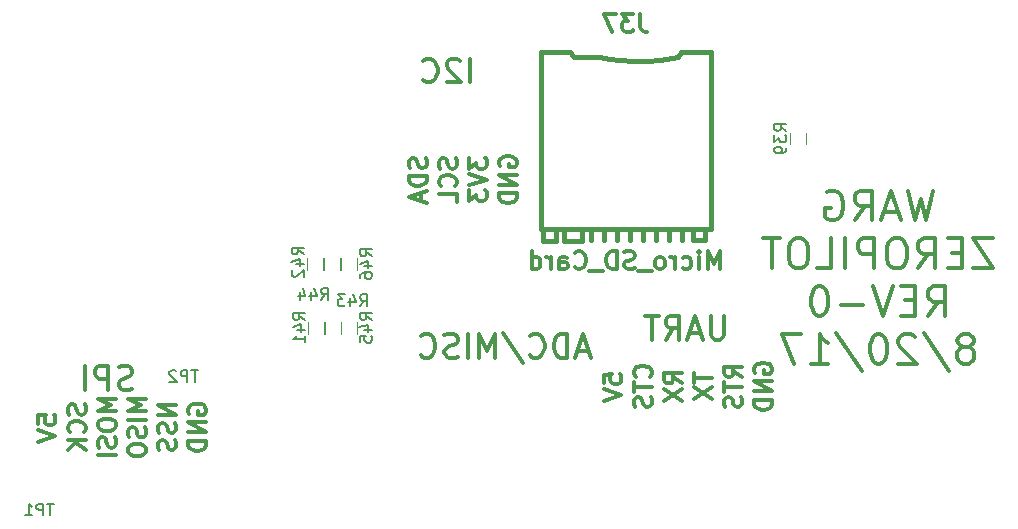
<source format=gbo>
G04 #@! TF.FileFunction,Legend,Bot*
%FSLAX46Y46*%
G04 Gerber Fmt 4.6, Leading zero omitted, Abs format (unit mm)*
G04 Created by KiCad (PCBNEW 4.0.7) date 02/08/18 09:42:22*
%MOMM*%
%LPD*%
G01*
G04 APERTURE LIST*
%ADD10C,0.100000*%
%ADD11C,0.300000*%
%ADD12C,0.120000*%
%ADD13C,0.381000*%
%ADD14C,0.150000*%
%ADD15C,0.304800*%
G04 APERTURE END LIST*
D10*
D11*
X130944517Y-112989692D02*
X130349279Y-115489692D01*
X129873089Y-113703978D01*
X129396898Y-115489692D01*
X128801660Y-112989692D01*
X127968327Y-114775407D02*
X126777850Y-114775407D01*
X128206422Y-115489692D02*
X127373088Y-112989692D01*
X126539755Y-115489692D01*
X124277850Y-115489692D02*
X125111184Y-114299216D01*
X125706422Y-115489692D02*
X125706422Y-112989692D01*
X124754041Y-112989692D01*
X124515946Y-113108740D01*
X124396898Y-113227788D01*
X124277850Y-113465883D01*
X124277850Y-113823026D01*
X124396898Y-114061121D01*
X124515946Y-114180169D01*
X124754041Y-114299216D01*
X125706422Y-114299216D01*
X121896898Y-113108740D02*
X122134993Y-112989692D01*
X122492136Y-112989692D01*
X122849279Y-113108740D01*
X123087374Y-113346835D01*
X123206422Y-113584930D01*
X123325470Y-114061121D01*
X123325470Y-114418264D01*
X123206422Y-114894454D01*
X123087374Y-115132550D01*
X122849279Y-115370645D01*
X122492136Y-115489692D01*
X122254041Y-115489692D01*
X121896898Y-115370645D01*
X121777850Y-115251597D01*
X121777850Y-114418264D01*
X122254041Y-114418264D01*
X135944517Y-117039692D02*
X134277850Y-117039692D01*
X135944517Y-119539692D01*
X134277850Y-119539692D01*
X133325470Y-118230169D02*
X132492137Y-118230169D01*
X132134994Y-119539692D02*
X133325470Y-119539692D01*
X133325470Y-117039692D01*
X132134994Y-117039692D01*
X129634993Y-119539692D02*
X130468327Y-118349216D01*
X131063565Y-119539692D02*
X131063565Y-117039692D01*
X130111184Y-117039692D01*
X129873089Y-117158740D01*
X129754041Y-117277788D01*
X129634993Y-117515883D01*
X129634993Y-117873026D01*
X129754041Y-118111121D01*
X129873089Y-118230169D01*
X130111184Y-118349216D01*
X131063565Y-118349216D01*
X128087374Y-117039692D02*
X127611184Y-117039692D01*
X127373089Y-117158740D01*
X127134993Y-117396835D01*
X127015946Y-117873026D01*
X127015946Y-118706359D01*
X127134993Y-119182550D01*
X127373089Y-119420645D01*
X127611184Y-119539692D01*
X128087374Y-119539692D01*
X128325470Y-119420645D01*
X128563565Y-119182550D01*
X128682613Y-118706359D01*
X128682613Y-117873026D01*
X128563565Y-117396835D01*
X128325470Y-117158740D01*
X128087374Y-117039692D01*
X125944517Y-119539692D02*
X125944517Y-117039692D01*
X124992136Y-117039692D01*
X124754041Y-117158740D01*
X124634993Y-117277788D01*
X124515945Y-117515883D01*
X124515945Y-117873026D01*
X124634993Y-118111121D01*
X124754041Y-118230169D01*
X124992136Y-118349216D01*
X125944517Y-118349216D01*
X123444517Y-119539692D02*
X123444517Y-117039692D01*
X121063565Y-119539692D02*
X122254041Y-119539692D01*
X122254041Y-117039692D01*
X119754040Y-117039692D02*
X119277850Y-117039692D01*
X119039755Y-117158740D01*
X118801659Y-117396835D01*
X118682612Y-117873026D01*
X118682612Y-118706359D01*
X118801659Y-119182550D01*
X119039755Y-119420645D01*
X119277850Y-119539692D01*
X119754040Y-119539692D01*
X119992136Y-119420645D01*
X120230231Y-119182550D01*
X120349279Y-118706359D01*
X120349279Y-117873026D01*
X120230231Y-117396835D01*
X119992136Y-117158740D01*
X119754040Y-117039692D01*
X117968326Y-117039692D02*
X116539754Y-117039692D01*
X117254040Y-119539692D02*
X117254040Y-117039692D01*
X130468326Y-123589692D02*
X131301660Y-122399216D01*
X131896898Y-123589692D02*
X131896898Y-121089692D01*
X130944517Y-121089692D01*
X130706422Y-121208740D01*
X130587374Y-121327788D01*
X130468326Y-121565883D01*
X130468326Y-121923026D01*
X130587374Y-122161121D01*
X130706422Y-122280169D01*
X130944517Y-122399216D01*
X131896898Y-122399216D01*
X129396898Y-122280169D02*
X128563565Y-122280169D01*
X128206422Y-123589692D02*
X129396898Y-123589692D01*
X129396898Y-121089692D01*
X128206422Y-121089692D01*
X127492136Y-121089692D02*
X126658802Y-123589692D01*
X125825469Y-121089692D01*
X124992136Y-122637311D02*
X123087374Y-122637311D01*
X121420707Y-121089692D02*
X121182612Y-121089692D01*
X120944517Y-121208740D01*
X120825469Y-121327788D01*
X120706422Y-121565883D01*
X120587374Y-122042073D01*
X120587374Y-122637311D01*
X120706422Y-123113502D01*
X120825469Y-123351597D01*
X120944517Y-123470645D01*
X121182612Y-123589692D01*
X121420707Y-123589692D01*
X121658803Y-123470645D01*
X121777850Y-123351597D01*
X121896898Y-123113502D01*
X122015946Y-122637311D01*
X122015946Y-122042073D01*
X121896898Y-121565883D01*
X121777850Y-121327788D01*
X121658803Y-121208740D01*
X121420707Y-121089692D01*
X133920707Y-126211121D02*
X134158802Y-126092073D01*
X134277850Y-125973026D01*
X134396898Y-125734930D01*
X134396898Y-125615883D01*
X134277850Y-125377788D01*
X134158802Y-125258740D01*
X133920707Y-125139692D01*
X133444517Y-125139692D01*
X133206421Y-125258740D01*
X133087374Y-125377788D01*
X132968326Y-125615883D01*
X132968326Y-125734930D01*
X133087374Y-125973026D01*
X133206421Y-126092073D01*
X133444517Y-126211121D01*
X133920707Y-126211121D01*
X134158802Y-126330169D01*
X134277850Y-126449216D01*
X134396898Y-126687311D01*
X134396898Y-127163502D01*
X134277850Y-127401597D01*
X134158802Y-127520645D01*
X133920707Y-127639692D01*
X133444517Y-127639692D01*
X133206421Y-127520645D01*
X133087374Y-127401597D01*
X132968326Y-127163502D01*
X132968326Y-126687311D01*
X133087374Y-126449216D01*
X133206421Y-126330169D01*
X133444517Y-126211121D01*
X130111184Y-125020645D02*
X132254041Y-128234930D01*
X129396898Y-125377788D02*
X129277850Y-125258740D01*
X129039755Y-125139692D01*
X128444517Y-125139692D01*
X128206421Y-125258740D01*
X128087374Y-125377788D01*
X127968326Y-125615883D01*
X127968326Y-125853978D01*
X128087374Y-126211121D01*
X129515945Y-127639692D01*
X127968326Y-127639692D01*
X126420707Y-125139692D02*
X126182612Y-125139692D01*
X125944517Y-125258740D01*
X125825469Y-125377788D01*
X125706422Y-125615883D01*
X125587374Y-126092073D01*
X125587374Y-126687311D01*
X125706422Y-127163502D01*
X125825469Y-127401597D01*
X125944517Y-127520645D01*
X126182612Y-127639692D01*
X126420707Y-127639692D01*
X126658803Y-127520645D01*
X126777850Y-127401597D01*
X126896898Y-127163502D01*
X127015946Y-126687311D01*
X127015946Y-126092073D01*
X126896898Y-125615883D01*
X126777850Y-125377788D01*
X126658803Y-125258740D01*
X126420707Y-125139692D01*
X122730232Y-125020645D02*
X124873089Y-128234930D01*
X120587374Y-127639692D02*
X122015946Y-127639692D01*
X121301660Y-127639692D02*
X121301660Y-125139692D01*
X121539755Y-125496835D01*
X121777850Y-125734930D01*
X122015946Y-125853978D01*
X119754041Y-125139692D02*
X118087374Y-125139692D01*
X119158803Y-127639692D01*
X87955603Y-110230312D02*
X88027031Y-110444598D01*
X88027031Y-110801741D01*
X87955603Y-110944598D01*
X87884174Y-111016027D01*
X87741317Y-111087455D01*
X87598460Y-111087455D01*
X87455603Y-111016027D01*
X87384174Y-110944598D01*
X87312746Y-110801741D01*
X87241317Y-110516027D01*
X87169889Y-110373169D01*
X87098460Y-110301741D01*
X86955603Y-110230312D01*
X86812746Y-110230312D01*
X86669889Y-110301741D01*
X86598460Y-110373169D01*
X86527031Y-110516027D01*
X86527031Y-110873169D01*
X86598460Y-111087455D01*
X88027031Y-111730312D02*
X86527031Y-111730312D01*
X86527031Y-112087455D01*
X86598460Y-112301740D01*
X86741317Y-112444598D01*
X86884174Y-112516026D01*
X87169889Y-112587455D01*
X87384174Y-112587455D01*
X87669889Y-112516026D01*
X87812746Y-112444598D01*
X87955603Y-112301740D01*
X88027031Y-112087455D01*
X88027031Y-111730312D01*
X87598460Y-113158883D02*
X87598460Y-113873169D01*
X88027031Y-113016026D02*
X86527031Y-113516026D01*
X88027031Y-114016026D01*
X90505603Y-110266026D02*
X90577031Y-110480312D01*
X90577031Y-110837455D01*
X90505603Y-110980312D01*
X90434174Y-111051741D01*
X90291317Y-111123169D01*
X90148460Y-111123169D01*
X90005603Y-111051741D01*
X89934174Y-110980312D01*
X89862746Y-110837455D01*
X89791317Y-110551741D01*
X89719889Y-110408883D01*
X89648460Y-110337455D01*
X89505603Y-110266026D01*
X89362746Y-110266026D01*
X89219889Y-110337455D01*
X89148460Y-110408883D01*
X89077031Y-110551741D01*
X89077031Y-110908883D01*
X89148460Y-111123169D01*
X90434174Y-112623169D02*
X90505603Y-112551740D01*
X90577031Y-112337454D01*
X90577031Y-112194597D01*
X90505603Y-111980312D01*
X90362746Y-111837454D01*
X90219889Y-111766026D01*
X89934174Y-111694597D01*
X89719889Y-111694597D01*
X89434174Y-111766026D01*
X89291317Y-111837454D01*
X89148460Y-111980312D01*
X89077031Y-112194597D01*
X89077031Y-112337454D01*
X89148460Y-112551740D01*
X89219889Y-112623169D01*
X90577031Y-113980312D02*
X90577031Y-113266026D01*
X89077031Y-113266026D01*
X91627031Y-110194598D02*
X91627031Y-111123169D01*
X92198460Y-110623169D01*
X92198460Y-110837455D01*
X92269889Y-110980312D01*
X92341317Y-111051741D01*
X92484174Y-111123169D01*
X92841317Y-111123169D01*
X92984174Y-111051741D01*
X93055603Y-110980312D01*
X93127031Y-110837455D01*
X93127031Y-110408883D01*
X93055603Y-110266026D01*
X92984174Y-110194598D01*
X91627031Y-111551740D02*
X93127031Y-112051740D01*
X91627031Y-112551740D01*
X91627031Y-112908883D02*
X91627031Y-113837454D01*
X92198460Y-113337454D01*
X92198460Y-113551740D01*
X92269889Y-113694597D01*
X92341317Y-113766026D01*
X92484174Y-113837454D01*
X92841317Y-113837454D01*
X92984174Y-113766026D01*
X93055603Y-113694597D01*
X93127031Y-113551740D01*
X93127031Y-113123168D01*
X93055603Y-112980311D01*
X92984174Y-112908883D01*
X94248460Y-110908883D02*
X94177031Y-110766026D01*
X94177031Y-110551740D01*
X94248460Y-110337455D01*
X94391317Y-110194597D01*
X94534174Y-110123169D01*
X94819889Y-110051740D01*
X95034174Y-110051740D01*
X95319889Y-110123169D01*
X95462746Y-110194597D01*
X95605603Y-110337455D01*
X95677031Y-110551740D01*
X95677031Y-110694597D01*
X95605603Y-110908883D01*
X95534174Y-110980312D01*
X95034174Y-110980312D01*
X95034174Y-110694597D01*
X95677031Y-111623169D02*
X94177031Y-111623169D01*
X95677031Y-112480312D01*
X94177031Y-112480312D01*
X95677031Y-113194598D02*
X94177031Y-113194598D01*
X94177031Y-113551741D01*
X94248460Y-113766026D01*
X94391317Y-113908884D01*
X94534174Y-113980312D01*
X94819889Y-114051741D01*
X95034174Y-114051741D01*
X95319889Y-113980312D01*
X95462746Y-113908884D01*
X95605603Y-113766026D01*
X95677031Y-113551741D01*
X95677031Y-113194598D01*
X91716141Y-103812502D02*
X91716141Y-101812502D01*
X90858998Y-102002978D02*
X90763760Y-101907740D01*
X90573283Y-101812502D01*
X90097093Y-101812502D01*
X89906617Y-101907740D01*
X89811379Y-102002978D01*
X89716140Y-102193454D01*
X89716140Y-102383930D01*
X89811379Y-102669645D01*
X90954236Y-103812502D01*
X89716140Y-103812502D01*
X87716140Y-103622026D02*
X87811378Y-103717264D01*
X88097093Y-103812502D01*
X88287569Y-103812502D01*
X88573283Y-103717264D01*
X88763759Y-103526788D01*
X88858998Y-103336311D01*
X88954236Y-102955359D01*
X88954236Y-102669645D01*
X88858998Y-102288692D01*
X88763759Y-102098216D01*
X88573283Y-101907740D01*
X88287569Y-101812502D01*
X88097093Y-101812502D01*
X87811378Y-101907740D01*
X87716140Y-102002978D01*
X55109931Y-132736267D02*
X55109931Y-132021981D01*
X55824217Y-131950552D01*
X55752789Y-132021981D01*
X55681360Y-132164838D01*
X55681360Y-132521981D01*
X55752789Y-132664838D01*
X55824217Y-132736267D01*
X55967074Y-132807695D01*
X56324217Y-132807695D01*
X56467074Y-132736267D01*
X56538503Y-132664838D01*
X56609931Y-132521981D01*
X56609931Y-132164838D01*
X56538503Y-132021981D01*
X56467074Y-131950552D01*
X55109931Y-133236266D02*
X56609931Y-133736266D01*
X55109931Y-134236266D01*
X59088503Y-131093409D02*
X59159931Y-131307695D01*
X59159931Y-131664838D01*
X59088503Y-131807695D01*
X59017074Y-131879124D01*
X58874217Y-131950552D01*
X58731360Y-131950552D01*
X58588503Y-131879124D01*
X58517074Y-131807695D01*
X58445646Y-131664838D01*
X58374217Y-131379124D01*
X58302789Y-131236266D01*
X58231360Y-131164838D01*
X58088503Y-131093409D01*
X57945646Y-131093409D01*
X57802789Y-131164838D01*
X57731360Y-131236266D01*
X57659931Y-131379124D01*
X57659931Y-131736266D01*
X57731360Y-131950552D01*
X59017074Y-133450552D02*
X59088503Y-133379123D01*
X59159931Y-133164837D01*
X59159931Y-133021980D01*
X59088503Y-132807695D01*
X58945646Y-132664837D01*
X58802789Y-132593409D01*
X58517074Y-132521980D01*
X58302789Y-132521980D01*
X58017074Y-132593409D01*
X57874217Y-132664837D01*
X57731360Y-132807695D01*
X57659931Y-133021980D01*
X57659931Y-133164837D01*
X57731360Y-133379123D01*
X57802789Y-133450552D01*
X59159931Y-134093409D02*
X57659931Y-134093409D01*
X59159931Y-134950552D02*
X58302789Y-134307695D01*
X57659931Y-134950552D02*
X58517074Y-134093409D01*
X61709931Y-130664837D02*
X60209931Y-130664837D01*
X61281360Y-131164837D01*
X60209931Y-131664837D01*
X61709931Y-131664837D01*
X60209931Y-132664837D02*
X60209931Y-132950551D01*
X60281360Y-133093409D01*
X60424217Y-133236266D01*
X60709931Y-133307694D01*
X61209931Y-133307694D01*
X61495646Y-133236266D01*
X61638503Y-133093409D01*
X61709931Y-132950551D01*
X61709931Y-132664837D01*
X61638503Y-132521980D01*
X61495646Y-132379123D01*
X61209931Y-132307694D01*
X60709931Y-132307694D01*
X60424217Y-132379123D01*
X60281360Y-132521980D01*
X60209931Y-132664837D01*
X61638503Y-133879123D02*
X61709931Y-134093409D01*
X61709931Y-134450552D01*
X61638503Y-134593409D01*
X61567074Y-134664838D01*
X61424217Y-134736266D01*
X61281360Y-134736266D01*
X61138503Y-134664838D01*
X61067074Y-134593409D01*
X60995646Y-134450552D01*
X60924217Y-134164838D01*
X60852789Y-134021980D01*
X60781360Y-133950552D01*
X60638503Y-133879123D01*
X60495646Y-133879123D01*
X60352789Y-133950552D01*
X60281360Y-134021980D01*
X60209931Y-134164838D01*
X60209931Y-134521980D01*
X60281360Y-134736266D01*
X61709931Y-135379123D02*
X60209931Y-135379123D01*
X64259931Y-130664837D02*
X62759931Y-130664837D01*
X63831360Y-131164837D01*
X62759931Y-131664837D01*
X64259931Y-131664837D01*
X64259931Y-132379123D02*
X62759931Y-132379123D01*
X64188503Y-133021980D02*
X64259931Y-133236266D01*
X64259931Y-133593409D01*
X64188503Y-133736266D01*
X64117074Y-133807695D01*
X63974217Y-133879123D01*
X63831360Y-133879123D01*
X63688503Y-133807695D01*
X63617074Y-133736266D01*
X63545646Y-133593409D01*
X63474217Y-133307695D01*
X63402789Y-133164837D01*
X63331360Y-133093409D01*
X63188503Y-133021980D01*
X63045646Y-133021980D01*
X62902789Y-133093409D01*
X62831360Y-133164837D01*
X62759931Y-133307695D01*
X62759931Y-133664837D01*
X62831360Y-133879123D01*
X62759931Y-134807694D02*
X62759931Y-135093408D01*
X62831360Y-135236266D01*
X62974217Y-135379123D01*
X63259931Y-135450551D01*
X63759931Y-135450551D01*
X64045646Y-135379123D01*
X64188503Y-135236266D01*
X64259931Y-135093408D01*
X64259931Y-134807694D01*
X64188503Y-134664837D01*
X64045646Y-134521980D01*
X63759931Y-134450551D01*
X63259931Y-134450551D01*
X62974217Y-134521980D01*
X62831360Y-134664837D01*
X62759931Y-134807694D01*
X66809931Y-131164838D02*
X65309931Y-131164838D01*
X66809931Y-132021981D01*
X65309931Y-132021981D01*
X66738503Y-132664838D02*
X66809931Y-132879124D01*
X66809931Y-133236267D01*
X66738503Y-133379124D01*
X66667074Y-133450553D01*
X66524217Y-133521981D01*
X66381360Y-133521981D01*
X66238503Y-133450553D01*
X66167074Y-133379124D01*
X66095646Y-133236267D01*
X66024217Y-132950553D01*
X65952789Y-132807695D01*
X65881360Y-132736267D01*
X65738503Y-132664838D01*
X65595646Y-132664838D01*
X65452789Y-132736267D01*
X65381360Y-132807695D01*
X65309931Y-132950553D01*
X65309931Y-133307695D01*
X65381360Y-133521981D01*
X66738503Y-134093409D02*
X66809931Y-134307695D01*
X66809931Y-134664838D01*
X66738503Y-134807695D01*
X66667074Y-134879124D01*
X66524217Y-134950552D01*
X66381360Y-134950552D01*
X66238503Y-134879124D01*
X66167074Y-134807695D01*
X66095646Y-134664838D01*
X66024217Y-134379124D01*
X65952789Y-134236266D01*
X65881360Y-134164838D01*
X65738503Y-134093409D01*
X65595646Y-134093409D01*
X65452789Y-134164838D01*
X65381360Y-134236266D01*
X65309931Y-134379124D01*
X65309931Y-134736266D01*
X65381360Y-134950552D01*
X67931360Y-131879123D02*
X67859931Y-131736266D01*
X67859931Y-131521980D01*
X67931360Y-131307695D01*
X68074217Y-131164837D01*
X68217074Y-131093409D01*
X68502789Y-131021980D01*
X68717074Y-131021980D01*
X69002789Y-131093409D01*
X69145646Y-131164837D01*
X69288503Y-131307695D01*
X69359931Y-131521980D01*
X69359931Y-131664837D01*
X69288503Y-131879123D01*
X69217074Y-131950552D01*
X68717074Y-131950552D01*
X68717074Y-131664837D01*
X69359931Y-132593409D02*
X67859931Y-132593409D01*
X69359931Y-133450552D01*
X67859931Y-133450552D01*
X69359931Y-134164838D02*
X67859931Y-134164838D01*
X67859931Y-134521981D01*
X67931360Y-134736266D01*
X68074217Y-134879124D01*
X68217074Y-134950552D01*
X68502789Y-135021981D01*
X68717074Y-135021981D01*
X69002789Y-134950552D01*
X69145646Y-134879124D01*
X69288503Y-134736266D01*
X69359931Y-134521981D01*
X69359931Y-134164838D01*
X63096679Y-129752264D02*
X62810964Y-129847502D01*
X62334774Y-129847502D01*
X62144298Y-129752264D01*
X62049060Y-129657026D01*
X61953821Y-129466550D01*
X61953821Y-129276073D01*
X62049060Y-129085597D01*
X62144298Y-128990359D01*
X62334774Y-128895121D01*
X62715726Y-128799883D01*
X62906202Y-128704645D01*
X63001441Y-128609407D01*
X63096679Y-128418930D01*
X63096679Y-128228454D01*
X63001441Y-128037978D01*
X62906202Y-127942740D01*
X62715726Y-127847502D01*
X62239536Y-127847502D01*
X61953821Y-127942740D01*
X61096679Y-129847502D02*
X61096679Y-127847502D01*
X60334774Y-127847502D01*
X60144298Y-127942740D01*
X60049059Y-128037978D01*
X59953821Y-128228454D01*
X59953821Y-128514169D01*
X60049059Y-128704645D01*
X60144298Y-128799883D01*
X60334774Y-128895121D01*
X61096679Y-128895121D01*
X59096679Y-129847502D02*
X59096679Y-127847502D01*
X101735798Y-126558273D02*
X100783417Y-126558273D01*
X101926274Y-127129702D02*
X101259607Y-125129702D01*
X100592940Y-127129702D01*
X99926274Y-127129702D02*
X99926274Y-125129702D01*
X99450083Y-125129702D01*
X99164369Y-125224940D01*
X98973893Y-125415416D01*
X98878654Y-125605892D01*
X98783416Y-125986845D01*
X98783416Y-126272559D01*
X98878654Y-126653511D01*
X98973893Y-126843988D01*
X99164369Y-127034464D01*
X99450083Y-127129702D01*
X99926274Y-127129702D01*
X96783416Y-126939226D02*
X96878654Y-127034464D01*
X97164369Y-127129702D01*
X97354845Y-127129702D01*
X97640559Y-127034464D01*
X97831035Y-126843988D01*
X97926274Y-126653511D01*
X98021512Y-126272559D01*
X98021512Y-125986845D01*
X97926274Y-125605892D01*
X97831035Y-125415416D01*
X97640559Y-125224940D01*
X97354845Y-125129702D01*
X97164369Y-125129702D01*
X96878654Y-125224940D01*
X96783416Y-125320178D01*
X94497702Y-125034464D02*
X96211988Y-127605892D01*
X93831036Y-127129702D02*
X93831036Y-125129702D01*
X93164369Y-126558273D01*
X92497702Y-125129702D01*
X92497702Y-127129702D01*
X91545322Y-127129702D02*
X91545322Y-125129702D01*
X90688179Y-127034464D02*
X90402464Y-127129702D01*
X89926274Y-127129702D01*
X89735798Y-127034464D01*
X89640560Y-126939226D01*
X89545321Y-126748750D01*
X89545321Y-126558273D01*
X89640560Y-126367797D01*
X89735798Y-126272559D01*
X89926274Y-126177321D01*
X90307226Y-126082083D01*
X90497702Y-125986845D01*
X90592941Y-125891607D01*
X90688179Y-125701130D01*
X90688179Y-125510654D01*
X90592941Y-125320178D01*
X90497702Y-125224940D01*
X90307226Y-125129702D01*
X89831036Y-125129702D01*
X89545321Y-125224940D01*
X87545321Y-126939226D02*
X87640559Y-127034464D01*
X87926274Y-127129702D01*
X88116750Y-127129702D01*
X88402464Y-127034464D01*
X88592940Y-126843988D01*
X88688179Y-126653511D01*
X88783417Y-126272559D01*
X88783417Y-125986845D01*
X88688179Y-125605892D01*
X88592940Y-125415416D01*
X88402464Y-125224940D01*
X88116750Y-125129702D01*
X87926274Y-125129702D01*
X87640559Y-125224940D01*
X87545321Y-125320178D01*
X103027031Y-129271707D02*
X103027031Y-128557421D01*
X103741317Y-128485992D01*
X103669889Y-128557421D01*
X103598460Y-128700278D01*
X103598460Y-129057421D01*
X103669889Y-129200278D01*
X103741317Y-129271707D01*
X103884174Y-129343135D01*
X104241317Y-129343135D01*
X104384174Y-129271707D01*
X104455603Y-129200278D01*
X104527031Y-129057421D01*
X104527031Y-128700278D01*
X104455603Y-128557421D01*
X104384174Y-128485992D01*
X103027031Y-129771706D02*
X104527031Y-130271706D01*
X103027031Y-130771706D01*
X106934174Y-128735992D02*
X107005603Y-128664563D01*
X107077031Y-128450277D01*
X107077031Y-128307420D01*
X107005603Y-128093135D01*
X106862746Y-127950277D01*
X106719889Y-127878849D01*
X106434174Y-127807420D01*
X106219889Y-127807420D01*
X105934174Y-127878849D01*
X105791317Y-127950277D01*
X105648460Y-128093135D01*
X105577031Y-128307420D01*
X105577031Y-128450277D01*
X105648460Y-128664563D01*
X105719889Y-128735992D01*
X105577031Y-129164563D02*
X105577031Y-130021706D01*
X107077031Y-129593135D02*
X105577031Y-129593135D01*
X107005603Y-130450277D02*
X107077031Y-130664563D01*
X107077031Y-131021706D01*
X107005603Y-131164563D01*
X106934174Y-131235992D01*
X106791317Y-131307420D01*
X106648460Y-131307420D01*
X106505603Y-131235992D01*
X106434174Y-131164563D01*
X106362746Y-131021706D01*
X106291317Y-130735992D01*
X106219889Y-130593134D01*
X106148460Y-130521706D01*
X106005603Y-130450277D01*
X105862746Y-130450277D01*
X105719889Y-130521706D01*
X105648460Y-130593134D01*
X105577031Y-130735992D01*
X105577031Y-131093134D01*
X105648460Y-131307420D01*
X109627031Y-129307421D02*
X108912746Y-128807421D01*
X109627031Y-128450278D02*
X108127031Y-128450278D01*
X108127031Y-129021706D01*
X108198460Y-129164564D01*
X108269889Y-129235992D01*
X108412746Y-129307421D01*
X108627031Y-129307421D01*
X108769889Y-129235992D01*
X108841317Y-129164564D01*
X108912746Y-129021706D01*
X108912746Y-128450278D01*
X108127031Y-129807421D02*
X109627031Y-130807421D01*
X108127031Y-130807421D02*
X109627031Y-129807421D01*
X110677031Y-128414563D02*
X110677031Y-129271706D01*
X112177031Y-128843135D02*
X110677031Y-128843135D01*
X110677031Y-129628849D02*
X112177031Y-130628849D01*
X110677031Y-130628849D02*
X112177031Y-129628849D01*
X114727031Y-128735992D02*
X114012746Y-128235992D01*
X114727031Y-127878849D02*
X113227031Y-127878849D01*
X113227031Y-128450277D01*
X113298460Y-128593135D01*
X113369889Y-128664563D01*
X113512746Y-128735992D01*
X113727031Y-128735992D01*
X113869889Y-128664563D01*
X113941317Y-128593135D01*
X114012746Y-128450277D01*
X114012746Y-127878849D01*
X113227031Y-129164563D02*
X113227031Y-130021706D01*
X114727031Y-129593135D02*
X113227031Y-129593135D01*
X114655603Y-130450277D02*
X114727031Y-130664563D01*
X114727031Y-131021706D01*
X114655603Y-131164563D01*
X114584174Y-131235992D01*
X114441317Y-131307420D01*
X114298460Y-131307420D01*
X114155603Y-131235992D01*
X114084174Y-131164563D01*
X114012746Y-131021706D01*
X113941317Y-130735992D01*
X113869889Y-130593134D01*
X113798460Y-130521706D01*
X113655603Y-130450277D01*
X113512746Y-130450277D01*
X113369889Y-130521706D01*
X113298460Y-130593134D01*
X113227031Y-130735992D01*
X113227031Y-131093134D01*
X113298460Y-131307420D01*
X115848460Y-128414563D02*
X115777031Y-128271706D01*
X115777031Y-128057420D01*
X115848460Y-127843135D01*
X115991317Y-127700277D01*
X116134174Y-127628849D01*
X116419889Y-127557420D01*
X116634174Y-127557420D01*
X116919889Y-127628849D01*
X117062746Y-127700277D01*
X117205603Y-127843135D01*
X117277031Y-128057420D01*
X117277031Y-128200277D01*
X117205603Y-128414563D01*
X117134174Y-128485992D01*
X116634174Y-128485992D01*
X116634174Y-128200277D01*
X117277031Y-129128849D02*
X115777031Y-129128849D01*
X117277031Y-129985992D01*
X115777031Y-129985992D01*
X117277031Y-130700278D02*
X115777031Y-130700278D01*
X115777031Y-131057421D01*
X115848460Y-131271706D01*
X115991317Y-131414564D01*
X116134174Y-131485992D01*
X116419889Y-131557421D01*
X116634174Y-131557421D01*
X116919889Y-131485992D01*
X117062746Y-131414564D01*
X117205603Y-131271706D01*
X117277031Y-131057421D01*
X117277031Y-130700278D01*
X113218357Y-123600622D02*
X113218357Y-125219670D01*
X113123118Y-125410146D01*
X113027880Y-125505384D01*
X112837404Y-125600622D01*
X112456452Y-125600622D01*
X112265976Y-125505384D01*
X112170737Y-125410146D01*
X112075499Y-125219670D01*
X112075499Y-123600622D01*
X111218357Y-125029193D02*
X110265976Y-125029193D01*
X111408833Y-125600622D02*
X110742166Y-123600622D01*
X110075499Y-125600622D01*
X108265975Y-125600622D02*
X108932642Y-124648241D01*
X109408833Y-125600622D02*
X109408833Y-123600622D01*
X108646928Y-123600622D01*
X108456452Y-123695860D01*
X108361213Y-123791098D01*
X108265975Y-123981574D01*
X108265975Y-124267289D01*
X108361213Y-124457765D01*
X108456452Y-124553003D01*
X108646928Y-124648241D01*
X109408833Y-124648241D01*
X107694547Y-123600622D02*
X106551690Y-123600622D01*
X107123118Y-125600622D02*
X107123118Y-123600622D01*
D12*
X80816000Y-118684000D02*
X80816000Y-119684000D01*
X82176000Y-119684000D02*
X82176000Y-118684000D01*
X80804000Y-124087000D02*
X80804000Y-125087000D01*
X82164000Y-125087000D02*
X82164000Y-124087000D01*
X79338000Y-118677000D02*
X79338000Y-119677000D01*
X80698000Y-119677000D02*
X80698000Y-118677000D01*
X79387000Y-124087000D02*
X79387000Y-125087000D01*
X80747000Y-125087000D02*
X80747000Y-124087000D01*
X77936000Y-118669000D02*
X77936000Y-119669000D01*
X79296000Y-119669000D02*
X79296000Y-118669000D01*
X78004000Y-124087000D02*
X78004000Y-125087000D01*
X79364000Y-125087000D02*
X79364000Y-124087000D01*
X120162000Y-109070000D02*
X120162000Y-108070000D01*
X118802000Y-108070000D02*
X118802000Y-109070000D01*
D13*
X107787680Y-101945040D02*
X109286280Y-101645320D01*
X102687360Y-101645320D02*
X103487460Y-101845980D01*
X103487460Y-101845980D02*
X105387380Y-102044100D01*
X105387380Y-102044100D02*
X106687860Y-102044100D01*
X106687860Y-102044100D02*
X107787680Y-101945040D01*
X102687360Y-101645320D02*
X100487720Y-101645320D01*
X100485180Y-101645320D02*
X100185460Y-101244000D01*
X109586000Y-101244000D02*
X112087900Y-101244000D01*
X100188000Y-101244000D02*
X97686100Y-101244000D01*
X109586000Y-101244000D02*
X109286280Y-101645320D01*
X101186220Y-116245240D02*
X101186220Y-117246000D01*
X101186220Y-117246000D02*
X99687620Y-117246000D01*
X99687620Y-117246000D02*
X99687620Y-116245240D01*
X98986580Y-117246000D02*
X97886760Y-117246000D01*
X98986580Y-117246000D02*
X98986580Y-116245240D01*
X97886760Y-116245240D02*
X97886760Y-117246000D01*
X110586760Y-117144400D02*
X111587520Y-117144400D01*
X110586760Y-116245240D02*
X110586760Y-117144400D01*
X111587520Y-117144400D02*
X111587520Y-116245240D01*
X109687600Y-117144400D02*
X109687600Y-116245240D01*
X108587780Y-117144400D02*
X108587780Y-116245240D01*
X107487960Y-117144400D02*
X107487960Y-116245240D01*
X106388140Y-117144400D02*
X106388140Y-116245240D01*
X105285780Y-117144400D02*
X105285780Y-116245240D01*
X104185960Y-117144400D02*
X104185960Y-116344300D01*
X103086140Y-117144400D02*
X103086140Y-116245240D01*
X101986320Y-116245240D02*
X101986320Y-117144400D01*
X112087900Y-101244000D02*
X112087900Y-116245240D01*
X112087900Y-116245240D02*
X97686100Y-116245240D01*
X97686100Y-116245240D02*
X97686100Y-101244000D01*
D14*
X68683905Y-128188381D02*
X68112476Y-128188381D01*
X68398191Y-129188381D02*
X68398191Y-128188381D01*
X67779143Y-129188381D02*
X67779143Y-128188381D01*
X67398190Y-128188381D01*
X67302952Y-128236000D01*
X67255333Y-128283619D01*
X67207714Y-128378857D01*
X67207714Y-128521714D01*
X67255333Y-128616952D01*
X67302952Y-128664571D01*
X67398190Y-128712190D01*
X67779143Y-128712190D01*
X66826762Y-128283619D02*
X66779143Y-128236000D01*
X66683905Y-128188381D01*
X66445809Y-128188381D01*
X66350571Y-128236000D01*
X66302952Y-128283619D01*
X66255333Y-128378857D01*
X66255333Y-128474095D01*
X66302952Y-128616952D01*
X66874381Y-129188381D01*
X66255333Y-129188381D01*
X56468905Y-139492381D02*
X55897476Y-139492381D01*
X56183191Y-140492381D02*
X56183191Y-139492381D01*
X55564143Y-140492381D02*
X55564143Y-139492381D01*
X55183190Y-139492381D01*
X55087952Y-139540000D01*
X55040333Y-139587619D01*
X54992714Y-139682857D01*
X54992714Y-139825714D01*
X55040333Y-139920952D01*
X55087952Y-139968571D01*
X55183190Y-140016190D01*
X55564143Y-140016190D01*
X54040333Y-140492381D02*
X54611762Y-140492381D01*
X54326048Y-140492381D02*
X54326048Y-139492381D01*
X54421286Y-139635238D01*
X54516524Y-139730476D01*
X54611762Y-139778095D01*
X83398381Y-118541143D02*
X82922190Y-118207809D01*
X83398381Y-117969714D02*
X82398381Y-117969714D01*
X82398381Y-118350667D01*
X82446000Y-118445905D01*
X82493619Y-118493524D01*
X82588857Y-118541143D01*
X82731714Y-118541143D01*
X82826952Y-118493524D01*
X82874571Y-118445905D01*
X82922190Y-118350667D01*
X82922190Y-117969714D01*
X82731714Y-119398286D02*
X83398381Y-119398286D01*
X82350762Y-119160190D02*
X83065048Y-118922095D01*
X83065048Y-119541143D01*
X82398381Y-120350667D02*
X82398381Y-120160190D01*
X82446000Y-120064952D01*
X82493619Y-120017333D01*
X82636476Y-119922095D01*
X82826952Y-119874476D01*
X83207905Y-119874476D01*
X83303143Y-119922095D01*
X83350762Y-119969714D01*
X83398381Y-120064952D01*
X83398381Y-120255429D01*
X83350762Y-120350667D01*
X83303143Y-120398286D01*
X83207905Y-120445905D01*
X82969810Y-120445905D01*
X82874571Y-120398286D01*
X82826952Y-120350667D01*
X82779333Y-120255429D01*
X82779333Y-120064952D01*
X82826952Y-119969714D01*
X82874571Y-119922095D01*
X82969810Y-119874476D01*
X83386381Y-123944143D02*
X82910190Y-123610809D01*
X83386381Y-123372714D02*
X82386381Y-123372714D01*
X82386381Y-123753667D01*
X82434000Y-123848905D01*
X82481619Y-123896524D01*
X82576857Y-123944143D01*
X82719714Y-123944143D01*
X82814952Y-123896524D01*
X82862571Y-123848905D01*
X82910190Y-123753667D01*
X82910190Y-123372714D01*
X82719714Y-124801286D02*
X83386381Y-124801286D01*
X82338762Y-124563190D02*
X83053048Y-124325095D01*
X83053048Y-124944143D01*
X82386381Y-125801286D02*
X82386381Y-125325095D01*
X82862571Y-125277476D01*
X82814952Y-125325095D01*
X82767333Y-125420333D01*
X82767333Y-125658429D01*
X82814952Y-125753667D01*
X82862571Y-125801286D01*
X82957810Y-125848905D01*
X83195905Y-125848905D01*
X83291143Y-125801286D01*
X83338762Y-125753667D01*
X83386381Y-125658429D01*
X83386381Y-125420333D01*
X83338762Y-125325095D01*
X83291143Y-125277476D01*
X79098537Y-122250101D02*
X79431871Y-121773910D01*
X79669966Y-122250101D02*
X79669966Y-121250101D01*
X79289013Y-121250101D01*
X79193775Y-121297720D01*
X79146156Y-121345339D01*
X79098537Y-121440577D01*
X79098537Y-121583434D01*
X79146156Y-121678672D01*
X79193775Y-121726291D01*
X79289013Y-121773910D01*
X79669966Y-121773910D01*
X78241394Y-121583434D02*
X78241394Y-122250101D01*
X78479490Y-121202482D02*
X78717585Y-121916768D01*
X78098537Y-121916768D01*
X77289013Y-121583434D02*
X77289013Y-122250101D01*
X77527109Y-121202482D02*
X77765204Y-121916768D01*
X77146156Y-121916768D01*
X82405617Y-122768261D02*
X82738951Y-122292070D01*
X82977046Y-122768261D02*
X82977046Y-121768261D01*
X82596093Y-121768261D01*
X82500855Y-121815880D01*
X82453236Y-121863499D01*
X82405617Y-121958737D01*
X82405617Y-122101594D01*
X82453236Y-122196832D01*
X82500855Y-122244451D01*
X82596093Y-122292070D01*
X82977046Y-122292070D01*
X81548474Y-122101594D02*
X81548474Y-122768261D01*
X81786570Y-121720642D02*
X82024665Y-122434928D01*
X81405617Y-122434928D01*
X81119903Y-121768261D02*
X80500855Y-121768261D01*
X80834189Y-122149213D01*
X80691331Y-122149213D01*
X80596093Y-122196832D01*
X80548474Y-122244451D01*
X80500855Y-122339690D01*
X80500855Y-122577785D01*
X80548474Y-122673023D01*
X80596093Y-122720642D01*
X80691331Y-122768261D01*
X80977046Y-122768261D01*
X81072284Y-122720642D01*
X81119903Y-122673023D01*
X77612661Y-118381183D02*
X77136470Y-118047849D01*
X77612661Y-117809754D02*
X76612661Y-117809754D01*
X76612661Y-118190707D01*
X76660280Y-118285945D01*
X76707899Y-118333564D01*
X76803137Y-118381183D01*
X76945994Y-118381183D01*
X77041232Y-118333564D01*
X77088851Y-118285945D01*
X77136470Y-118190707D01*
X77136470Y-117809754D01*
X76945994Y-119238326D02*
X77612661Y-119238326D01*
X76565042Y-119000230D02*
X77279328Y-118762135D01*
X77279328Y-119381183D01*
X76707899Y-119714516D02*
X76660280Y-119762135D01*
X76612661Y-119857373D01*
X76612661Y-120095469D01*
X76660280Y-120190707D01*
X76707899Y-120238326D01*
X76803137Y-120285945D01*
X76898375Y-120285945D01*
X77041232Y-120238326D01*
X77612661Y-119666897D01*
X77612661Y-120285945D01*
X77734581Y-123928543D02*
X77258390Y-123595209D01*
X77734581Y-123357114D02*
X76734581Y-123357114D01*
X76734581Y-123738067D01*
X76782200Y-123833305D01*
X76829819Y-123880924D01*
X76925057Y-123928543D01*
X77067914Y-123928543D01*
X77163152Y-123880924D01*
X77210771Y-123833305D01*
X77258390Y-123738067D01*
X77258390Y-123357114D01*
X77067914Y-124785686D02*
X77734581Y-124785686D01*
X76686962Y-124547590D02*
X77401248Y-124309495D01*
X77401248Y-124928543D01*
X77734581Y-125833305D02*
X77734581Y-125261876D01*
X77734581Y-125547590D02*
X76734581Y-125547590D01*
X76877438Y-125452352D01*
X76972676Y-125357114D01*
X77020295Y-125261876D01*
X118484381Y-107927143D02*
X118008190Y-107593809D01*
X118484381Y-107355714D02*
X117484381Y-107355714D01*
X117484381Y-107736667D01*
X117532000Y-107831905D01*
X117579619Y-107879524D01*
X117674857Y-107927143D01*
X117817714Y-107927143D01*
X117912952Y-107879524D01*
X117960571Y-107831905D01*
X118008190Y-107736667D01*
X118008190Y-107355714D01*
X117484381Y-108260476D02*
X117484381Y-108879524D01*
X117865333Y-108546190D01*
X117865333Y-108689048D01*
X117912952Y-108784286D01*
X117960571Y-108831905D01*
X118055810Y-108879524D01*
X118293905Y-108879524D01*
X118389143Y-108831905D01*
X118436762Y-108784286D01*
X118484381Y-108689048D01*
X118484381Y-108403333D01*
X118436762Y-108308095D01*
X118389143Y-108260476D01*
X118484381Y-109355714D02*
X118484381Y-109546190D01*
X118436762Y-109641429D01*
X118389143Y-109689048D01*
X118246286Y-109784286D01*
X118055810Y-109831905D01*
X117674857Y-109831905D01*
X117579619Y-109784286D01*
X117532000Y-109736667D01*
X117484381Y-109641429D01*
X117484381Y-109450952D01*
X117532000Y-109355714D01*
X117579619Y-109308095D01*
X117674857Y-109260476D01*
X117912952Y-109260476D01*
X118008190Y-109308095D01*
X118055810Y-109355714D01*
X118103429Y-109450952D01*
X118103429Y-109641429D01*
X118055810Y-109736667D01*
X118008190Y-109784286D01*
X117912952Y-109831905D01*
D15*
X106120714Y-98011669D02*
X106120714Y-99100240D01*
X106193286Y-99317954D01*
X106338429Y-99463097D01*
X106556143Y-99535669D01*
X106701286Y-99535669D01*
X105540143Y-98011669D02*
X104596714Y-98011669D01*
X105104714Y-98592240D01*
X104887000Y-98592240D01*
X104741857Y-98664811D01*
X104669286Y-98737383D01*
X104596714Y-98882526D01*
X104596714Y-99245383D01*
X104669286Y-99390526D01*
X104741857Y-99463097D01*
X104887000Y-99535669D01*
X105322428Y-99535669D01*
X105467571Y-99463097D01*
X105540143Y-99390526D01*
X104088714Y-98011669D02*
X103072714Y-98011669D01*
X103725857Y-99535669D01*
X112833572Y-119634689D02*
X112833572Y-118110689D01*
X112325572Y-119199260D01*
X111817572Y-118110689D01*
X111817572Y-119634689D01*
X111091858Y-119634689D02*
X111091858Y-118618689D01*
X111091858Y-118110689D02*
X111164429Y-118183260D01*
X111091858Y-118255831D01*
X111019286Y-118183260D01*
X111091858Y-118110689D01*
X111091858Y-118255831D01*
X109713001Y-119562117D02*
X109858144Y-119634689D01*
X110148430Y-119634689D01*
X110293572Y-119562117D01*
X110366144Y-119489546D01*
X110438715Y-119344403D01*
X110438715Y-118908974D01*
X110366144Y-118763831D01*
X110293572Y-118691260D01*
X110148430Y-118618689D01*
X109858144Y-118618689D01*
X109713001Y-118691260D01*
X109059858Y-119634689D02*
X109059858Y-118618689D01*
X109059858Y-118908974D02*
X108987286Y-118763831D01*
X108914715Y-118691260D01*
X108769572Y-118618689D01*
X108624429Y-118618689D01*
X107898715Y-119634689D02*
X108043857Y-119562117D01*
X108116429Y-119489546D01*
X108189000Y-119344403D01*
X108189000Y-118908974D01*
X108116429Y-118763831D01*
X108043857Y-118691260D01*
X107898715Y-118618689D01*
X107681000Y-118618689D01*
X107535857Y-118691260D01*
X107463286Y-118763831D01*
X107390715Y-118908974D01*
X107390715Y-119344403D01*
X107463286Y-119489546D01*
X107535857Y-119562117D01*
X107681000Y-119634689D01*
X107898715Y-119634689D01*
X107100429Y-119779831D02*
X105939286Y-119779831D01*
X105649000Y-119562117D02*
X105431286Y-119634689D01*
X105068429Y-119634689D01*
X104923286Y-119562117D01*
X104850715Y-119489546D01*
X104778143Y-119344403D01*
X104778143Y-119199260D01*
X104850715Y-119054117D01*
X104923286Y-118981546D01*
X105068429Y-118908974D01*
X105358715Y-118836403D01*
X105503857Y-118763831D01*
X105576429Y-118691260D01*
X105649000Y-118546117D01*
X105649000Y-118400974D01*
X105576429Y-118255831D01*
X105503857Y-118183260D01*
X105358715Y-118110689D01*
X104995857Y-118110689D01*
X104778143Y-118183260D01*
X104125000Y-119634689D02*
X104125000Y-118110689D01*
X103762143Y-118110689D01*
X103544428Y-118183260D01*
X103399286Y-118328403D01*
X103326714Y-118473546D01*
X103254143Y-118763831D01*
X103254143Y-118981546D01*
X103326714Y-119271831D01*
X103399286Y-119416974D01*
X103544428Y-119562117D01*
X103762143Y-119634689D01*
X104125000Y-119634689D01*
X102963857Y-119779831D02*
X101802714Y-119779831D01*
X100569000Y-119489546D02*
X100641571Y-119562117D01*
X100859285Y-119634689D01*
X101004428Y-119634689D01*
X101222143Y-119562117D01*
X101367285Y-119416974D01*
X101439857Y-119271831D01*
X101512428Y-118981546D01*
X101512428Y-118763831D01*
X101439857Y-118473546D01*
X101367285Y-118328403D01*
X101222143Y-118183260D01*
X101004428Y-118110689D01*
X100859285Y-118110689D01*
X100641571Y-118183260D01*
X100569000Y-118255831D01*
X99262714Y-119634689D02*
X99262714Y-118836403D01*
X99335285Y-118691260D01*
X99480428Y-118618689D01*
X99770714Y-118618689D01*
X99915857Y-118691260D01*
X99262714Y-119562117D02*
X99407857Y-119634689D01*
X99770714Y-119634689D01*
X99915857Y-119562117D01*
X99988428Y-119416974D01*
X99988428Y-119271831D01*
X99915857Y-119126689D01*
X99770714Y-119054117D01*
X99407857Y-119054117D01*
X99262714Y-118981546D01*
X98537000Y-119634689D02*
X98537000Y-118618689D01*
X98537000Y-118908974D02*
X98464428Y-118763831D01*
X98391857Y-118691260D01*
X98246714Y-118618689D01*
X98101571Y-118618689D01*
X96940428Y-119634689D02*
X96940428Y-118110689D01*
X96940428Y-119562117D02*
X97085571Y-119634689D01*
X97375857Y-119634689D01*
X97520999Y-119562117D01*
X97593571Y-119489546D01*
X97666142Y-119344403D01*
X97666142Y-118908974D01*
X97593571Y-118763831D01*
X97520999Y-118691260D01*
X97375857Y-118618689D01*
X97085571Y-118618689D01*
X96940428Y-118691260D01*
M02*

</source>
